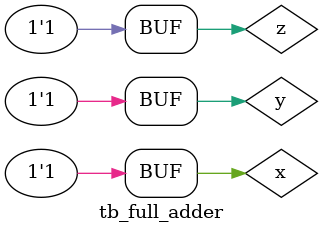
<source format=v>

`timescale 1ns/1ns

module tb_full_adder();
reg x, y, z;
wire s, c;

full_adder u0(x, y, z, s, c);

initial
begin
x=0; y=0; z=0;
#200; x=0; y=0; z=1;
#200; x=0; y=1; z=0;
#200; x=0; y=1; z=1;
#200; x=1; y=0; z=0;
#200; x=1; y=0; z=1;
#200; x=1; y=1; z=0;
#200; x=1; y=1; z=1;
end

endmodule
</source>
